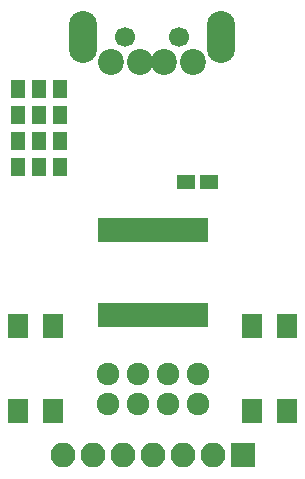
<source format=gbr>
G04 #@! TF.GenerationSoftware,KiCad,Pcbnew,(5.0.0)*
G04 #@! TF.CreationDate,2018-12-19T13:36:55-06:00*
G04 #@! TF.ProjectId,ESP-01_Flasher_Hardware,4553502D30315F466C61736865725F48,rev?*
G04 #@! TF.SameCoordinates,Original*
G04 #@! TF.FileFunction,Soldermask,Top*
G04 #@! TF.FilePolarity,Negative*
%FSLAX46Y46*%
G04 Gerber Fmt 4.6, Leading zero omitted, Abs format (unit mm)*
G04 Created by KiCad (PCBNEW (5.0.0)) date 12/19/18 13:36:55*
%MOMM*%
%LPD*%
G01*
G04 APERTURE LIST*
%ADD10R,1.300000X1.600000*%
%ADD11R,1.600000X1.150000*%
%ADD12R,2.100000X2.100000*%
%ADD13O,2.100000X2.100000*%
%ADD14C,2.200000*%
%ADD15C,1.700000*%
%ADD16O,2.400000X4.400000*%
%ADD17R,1.800000X2.000000*%
%ADD18C,1.924000*%
%ADD19R,0.850000X2.150000*%
G04 APERTURE END LIST*
D10*
G04 #@! TO.C,D3*
X103886000Y-67310000D03*
X103886000Y-65110000D03*
G04 #@! TD*
D11*
G04 #@! TO.C,C1*
X118176000Y-68580000D03*
X120076000Y-68580000D03*
G04 #@! TD*
D10*
G04 #@! TO.C,D1*
X107442000Y-67310000D03*
X107442000Y-65110000D03*
G04 #@! TD*
G04 #@! TO.C,D2*
X105664000Y-65110000D03*
X105664000Y-67310000D03*
G04 #@! TD*
D12*
G04 #@! TO.C,J1*
X122936000Y-91694000D03*
D13*
X120396000Y-91694000D03*
X117856000Y-91694000D03*
X115316000Y-91694000D03*
X112776000Y-91694000D03*
X110236000Y-91694000D03*
X107696000Y-91694000D03*
G04 #@! TD*
D14*
G04 #@! TO.C,J2*
X118760000Y-58420000D03*
X116260000Y-58420000D03*
X111760000Y-58420000D03*
X114260000Y-58420000D03*
D15*
X112960000Y-56290000D03*
X117560000Y-56290000D03*
D16*
X109410000Y-56290000D03*
X121110000Y-56290000D03*
G04 #@! TD*
D10*
G04 #@! TO.C,R1*
X107442000Y-60706000D03*
X107442000Y-62906000D03*
G04 #@! TD*
G04 #@! TO.C,R2*
X105664000Y-62906000D03*
X105664000Y-60706000D03*
G04 #@! TD*
G04 #@! TO.C,R3*
X103886000Y-60706000D03*
X103886000Y-62906000D03*
G04 #@! TD*
D17*
G04 #@! TO.C,SW1*
X123722000Y-80728000D03*
X123722000Y-87928000D03*
X126722000Y-80728000D03*
X126722000Y-87928000D03*
G04 #@! TD*
G04 #@! TO.C,SW2*
X103910000Y-80728000D03*
X103910000Y-87928000D03*
X106910000Y-80728000D03*
X106910000Y-87928000D03*
G04 #@! TD*
D18*
G04 #@! TO.C,U1*
X119126000Y-87376000D03*
X119126000Y-84836000D03*
X116586000Y-87376000D03*
X116586000Y-84836000D03*
X114046000Y-87376000D03*
X114046000Y-84836000D03*
X111506000Y-87376000D03*
X111506000Y-84836000D03*
G04 #@! TD*
D19*
G04 #@! TO.C,U2*
X111091000Y-79800000D03*
X111741000Y-79800000D03*
X112391000Y-79800000D03*
X113041000Y-79800000D03*
X113691000Y-79800000D03*
X114341000Y-79800000D03*
X114991000Y-79800000D03*
X115641000Y-79800000D03*
X116291000Y-79800000D03*
X116941000Y-79800000D03*
X117591000Y-79800000D03*
X118241000Y-79800000D03*
X118891000Y-79800000D03*
X119541000Y-79800000D03*
X119541000Y-72600000D03*
X118891000Y-72600000D03*
X118241000Y-72600000D03*
X117591000Y-72600000D03*
X116941000Y-72600000D03*
X116291000Y-72600000D03*
X115641000Y-72600000D03*
X114991000Y-72600000D03*
X114341000Y-72600000D03*
X113691000Y-72600000D03*
X113041000Y-72600000D03*
X112391000Y-72600000D03*
X111741000Y-72600000D03*
X111091000Y-72600000D03*
G04 #@! TD*
M02*

</source>
